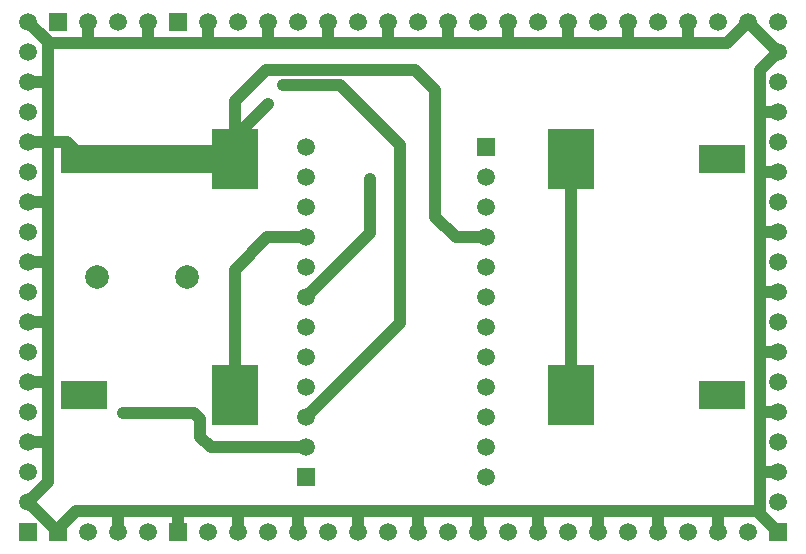
<source format=gbr>
G04 DipTrace 3.2.0.1*
G04 Bottom.gbr*
%MOMM*%
G04 #@! TF.FileFunction,Copper,L2,Bot*
G04 #@! TF.Part,Single*
G04 #@! TA.AperFunction,Conductor*
%ADD13C,1.0*%
%ADD15C,2.4*%
G04 #@! TA.AperFunction,ComponentPad*
%ADD20R,1.5X1.5*%
%ADD21C,1.5*%
%ADD23R,4.0X2.4*%
%ADD24R,4.0X5.1*%
G04 #@! TA.AperFunction,ComponentPad*
%ADD25C,2.0*%
G04 #@! TA.AperFunction,ViaPad*
%ADD36C,1.016*%
%FSLAX35Y35*%
G04*
G71*
G90*
G75*
G01*
G04 Bottom*
%LPD*%
X4729580Y1286000D2*
D13*
Y3286000D1*
X2483080Y2621000D2*
X2158720D1*
X1884580Y2346860D1*
Y1286000D1*
Y3286000D2*
Y3774340D1*
X2146300Y4036060D1*
X3411220D1*
X3578860Y3868420D1*
Y2794000D1*
X3751860Y2621000D1*
X4007080D1*
X2166620Y3751580D2*
X1884580Y3469540D1*
Y3286000D1*
X132080Y4445000D2*
X312420Y4264660D1*
X640080D1*
X1148080D1*
X1656080D1*
X2164080D1*
X2672080D1*
X3180080D1*
X3688080D1*
X4196080D1*
X4704080D1*
X5212080D1*
X5720080D1*
X6047740D1*
X6228080Y4445000D1*
X6482080Y4191000D1*
X6327140Y4036060D1*
Y3683000D1*
Y3175000D1*
Y2667000D1*
Y2159000D1*
Y1651000D1*
Y1143000D1*
Y635000D1*
Y281940D1*
X6482080Y127000D1*
X386080D2*
Y152400D1*
X541020Y307340D1*
X894080D1*
X1402080D1*
X1910080D1*
X2418080D1*
X2926080D1*
X3434080D1*
X3942080D1*
X4450080D1*
X4958080D1*
X5466080D1*
X5974080D1*
X6301740D1*
X6482080Y127000D1*
X386080D2*
X132080Y381000D1*
X297180Y546100D1*
Y889000D1*
Y1397000D1*
Y1905000D1*
Y2413000D1*
Y2921000D1*
Y3429000D1*
Y3937000D1*
Y4279900D1*
X132080Y4445000D1*
Y3429000D2*
X460580D1*
X603580Y3286000D1*
X645160Y3274060D2*
X615520D1*
X603580Y3286000D1*
X132080Y3937000D2*
X297180D1*
X132080Y2921000D2*
X297180D1*
X132080Y2413000D2*
X297180D1*
X132080Y1905000D2*
X297180D1*
X132080Y1397000D2*
X297180D1*
X132080Y889000D2*
X297180D1*
X640080Y4445000D2*
Y4264660D1*
X1148080Y4445000D2*
Y4264660D1*
X1656080Y4445000D2*
Y4264660D1*
X2164080Y4445000D2*
Y4264660D1*
X2672080Y4445000D2*
Y4264660D1*
X3180080Y4445000D2*
Y4264660D1*
X3688080Y4445000D2*
Y4264660D1*
X4196080Y4445000D2*
Y4264660D1*
X4704080Y4445000D2*
Y4264660D1*
X5212080Y4445000D2*
Y4264660D1*
X5720080Y4445000D2*
Y4264660D1*
X894080Y127000D2*
Y307340D1*
X1402080Y127000D2*
Y307340D1*
X1910080Y127000D2*
Y307340D1*
X2418080Y127000D2*
Y307340D1*
X2926080Y127000D2*
Y307340D1*
X3434080Y127000D2*
Y307340D1*
X3942080Y127000D2*
Y307340D1*
X4450080Y127000D2*
Y307340D1*
X4958080Y127000D2*
Y307340D1*
X5466080Y127000D2*
Y307340D1*
X5974080Y127000D2*
Y307340D1*
X6482080Y635000D2*
X6327140D1*
X6482080Y1143000D2*
X6327140D1*
X6482080Y1651000D2*
X6327140D1*
X6482080Y2159000D2*
X6327140D1*
X6482080Y2667000D2*
X6327140D1*
X6482080Y3175000D2*
X6327140D1*
X6482080Y3683000D2*
X6327140D1*
X132080Y3429000D2*
X297180D1*
X603580Y3286000D2*
D15*
X1884580D1*
X3027680Y3114040D2*
D13*
Y2657600D1*
X2483080Y2113000D1*
X937260Y1132840D2*
X1536700D1*
X1587500Y1082040D1*
Y932940D1*
X1677440Y843000D1*
X2483080D1*
Y1097000D2*
X3284220Y1898140D1*
Y3401060D1*
X2773680Y3911600D1*
X2288540D1*
D36*
X645160Y3274060D3*
X937260Y1132840D3*
X1587500Y1082040D3*
X3027680Y3114040D3*
X2288540Y3911600D3*
X2166620Y3751580D3*
D20*
X6482080Y127000D3*
D21*
Y381000D3*
Y635000D3*
Y889000D3*
Y1143000D3*
Y1397000D3*
Y1651000D3*
Y1905000D3*
Y2159000D3*
Y2413000D3*
Y2667000D3*
Y2921000D3*
Y3175000D3*
Y3429000D3*
Y3683000D3*
Y3937000D3*
Y4191000D3*
Y4445000D3*
D20*
X132080Y127000D3*
D21*
Y381000D3*
Y635000D3*
Y889000D3*
Y1143000D3*
Y1397000D3*
Y1651000D3*
Y1905000D3*
Y2159000D3*
Y2413000D3*
Y2667000D3*
Y2921000D3*
Y3175000D3*
Y3429000D3*
Y3683000D3*
Y3937000D3*
Y4191000D3*
Y4445000D3*
D20*
X1402080D3*
D21*
X1656080D3*
X1910080D3*
X2164080D3*
X2418080D3*
X2672080D3*
X2926080D3*
X3180080D3*
X3434080D3*
X3688080D3*
X3942080D3*
X4196080D3*
X4450080D3*
X4704080D3*
X4958080D3*
X5212080D3*
X5466080D3*
X5720080D3*
X5974080D3*
X6228080D3*
D20*
X1402080Y127000D3*
D21*
X1656080D3*
X1910080D3*
X2164080D3*
X2418080D3*
X2672080D3*
X2926080D3*
X3180080D3*
X3434080D3*
X3688080D3*
X3942080D3*
X4196080D3*
X4450080D3*
X4704080D3*
X4958080D3*
X5212080D3*
X5466080D3*
X5720080D3*
X5974080D3*
X6228080D3*
D20*
X386080Y4445000D3*
D21*
X640080D3*
X894080D3*
X1148080D3*
D20*
X386080Y127000D3*
D21*
X640080D3*
X894080D3*
X1148080D3*
D20*
X4007080Y3383000D3*
D21*
Y3129000D3*
Y2875000D3*
Y2621000D3*
Y2367000D3*
Y2113000D3*
Y1859000D3*
Y1605000D3*
Y1351000D3*
Y1097000D3*
Y843000D3*
Y589000D3*
D20*
X2483080D3*
D21*
Y843000D3*
Y1097000D3*
Y1351000D3*
Y1605000D3*
Y1859000D3*
Y2113000D3*
Y2367000D3*
Y2621000D3*
Y2875000D3*
Y3129000D3*
Y3383000D3*
D23*
X603580Y1286000D3*
X6010580D3*
D24*
X1884580D3*
X4729580D3*
D23*
X6010580Y3286000D3*
X603580D3*
D24*
X4729580D3*
X1884580D3*
D25*
X1478820Y2286000D3*
X718820D3*
M02*

</source>
